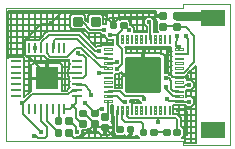
<source format=gbl>
G75*
%MOIN*%
%OFA0B0*%
%FSLAX25Y25*%
%IPPOS*%
%LPD*%
%AMOC8*
5,1,8,0,0,1.08239X$1,22.5*
%
%ADD10C,0.00000*%
%ADD11R,0.07874X0.05512*%
%ADD12C,0.01250*%
%ADD13R,0.03543X0.01000*%
%ADD14R,0.01000X0.03543*%
%ADD15R,0.07800X0.07800*%
%ADD16C,0.00875*%
%ADD17C,0.01181*%
%ADD18C,0.00492*%
%ADD19C,0.01600*%
%ADD20C,0.00600*%
%ADD21C,0.03000*%
D10*
X0005102Y0026454D02*
X0064158Y0026454D01*
X0064158Y0024879D01*
X0079905Y0024879D01*
X0079905Y0072123D01*
X0064158Y0072123D01*
X0064158Y0070548D01*
X0005102Y0070548D01*
X0005102Y0026454D01*
D11*
X0074100Y0029999D03*
X0074100Y0067401D03*
D12*
X0062925Y0067325D02*
X0062925Y0068575D01*
X0062925Y0067325D02*
X0061675Y0067325D01*
X0061675Y0068575D01*
X0062925Y0068575D01*
X0062925Y0068574D02*
X0061675Y0068574D01*
X0056975Y0068575D02*
X0056975Y0067325D01*
X0056975Y0068575D02*
X0058225Y0068575D01*
X0058225Y0067325D01*
X0056975Y0067325D01*
X0056975Y0068574D02*
X0058225Y0068574D01*
X0056975Y0065075D02*
X0056975Y0063825D01*
X0056975Y0065075D02*
X0058225Y0065075D01*
X0058225Y0063825D01*
X0056975Y0063825D01*
X0056975Y0065074D02*
X0058225Y0065074D01*
X0062925Y0065075D02*
X0062925Y0063825D01*
X0061675Y0063825D01*
X0061675Y0065075D01*
X0062925Y0065075D01*
X0062925Y0065074D02*
X0061675Y0065074D01*
X0045175Y0064275D02*
X0043925Y0064275D01*
X0043925Y0065525D01*
X0045175Y0065525D01*
X0045175Y0064275D01*
X0045175Y0065524D02*
X0043925Y0065524D01*
X0041675Y0064275D02*
X0040425Y0064275D01*
X0040425Y0065525D01*
X0041675Y0065525D01*
X0041675Y0064275D01*
X0041675Y0065524D02*
X0040425Y0065524D01*
X0034175Y0036175D02*
X0034175Y0034925D01*
X0034175Y0036175D02*
X0035425Y0036175D01*
X0035425Y0034925D01*
X0034175Y0034925D01*
X0034175Y0036174D02*
X0035425Y0036174D01*
X0038925Y0034975D02*
X0038925Y0033725D01*
X0037675Y0033725D01*
X0037675Y0034975D01*
X0038925Y0034975D01*
X0038925Y0034974D02*
X0037675Y0034974D01*
X0034175Y0032675D02*
X0034175Y0031425D01*
X0034175Y0032675D02*
X0035425Y0032675D01*
X0035425Y0031425D01*
X0034175Y0031425D01*
X0034175Y0032674D02*
X0035425Y0032674D01*
X0038925Y0031475D02*
X0038925Y0030225D01*
X0037675Y0030225D01*
X0037675Y0031475D01*
X0038925Y0031475D01*
X0038925Y0031474D02*
X0037675Y0031474D01*
X0042625Y0030825D02*
X0043875Y0030825D01*
X0043875Y0029575D01*
X0042625Y0029575D01*
X0042625Y0030825D01*
X0042625Y0030824D02*
X0043875Y0030824D01*
X0046125Y0030825D02*
X0047375Y0030825D01*
X0047375Y0029575D01*
X0046125Y0029575D01*
X0046125Y0030825D01*
X0046125Y0030824D02*
X0047375Y0030824D01*
X0050425Y0028575D02*
X0051675Y0028575D01*
X0050425Y0028575D02*
X0050425Y0029825D01*
X0051675Y0029825D01*
X0051675Y0028575D01*
X0051675Y0029824D02*
X0050425Y0029824D01*
X0053925Y0028575D02*
X0055175Y0028575D01*
X0053925Y0028575D02*
X0053925Y0029825D01*
X0055175Y0029825D01*
X0055175Y0028575D01*
X0055175Y0029824D02*
X0053925Y0029824D01*
X0058225Y0028575D02*
X0059475Y0028575D01*
X0058225Y0028575D02*
X0058225Y0029825D01*
X0059475Y0029825D01*
X0059475Y0028575D01*
X0059475Y0029824D02*
X0058225Y0029824D01*
X0061725Y0028575D02*
X0062975Y0028575D01*
X0061725Y0028575D02*
X0061725Y0029825D01*
X0062975Y0029825D01*
X0062975Y0028575D01*
X0062975Y0029824D02*
X0061725Y0029824D01*
X0031425Y0031425D02*
X0031425Y0032675D01*
X0031425Y0031425D02*
X0030175Y0031425D01*
X0030175Y0032675D01*
X0031425Y0032675D01*
X0031425Y0032674D02*
X0030175Y0032674D01*
X0031425Y0034925D02*
X0031425Y0036175D01*
X0031425Y0034925D02*
X0030175Y0034925D01*
X0030175Y0036175D01*
X0031425Y0036175D01*
X0031425Y0036174D02*
X0030175Y0036174D01*
X0026875Y0032375D02*
X0025625Y0032375D01*
X0025625Y0033625D01*
X0026875Y0033625D01*
X0026875Y0032375D01*
X0026875Y0033624D02*
X0025625Y0033624D01*
X0023375Y0032375D02*
X0022125Y0032375D01*
X0022125Y0033625D01*
X0023375Y0033625D01*
X0023375Y0032375D01*
X0023375Y0033624D02*
X0022125Y0033624D01*
X0022125Y0028475D02*
X0023375Y0028475D01*
X0022125Y0028475D02*
X0022125Y0029725D01*
X0023375Y0029725D01*
X0023375Y0028475D01*
X0023375Y0029724D02*
X0022125Y0029724D01*
X0025625Y0028475D02*
X0026875Y0028475D01*
X0025625Y0028475D02*
X0025625Y0029725D01*
X0026875Y0029725D01*
X0026875Y0028475D01*
X0026875Y0029724D02*
X0025625Y0029724D01*
D13*
X0028998Y0041295D03*
X0028998Y0043263D03*
X0028998Y0045232D03*
X0028998Y0047200D03*
X0028998Y0049169D03*
X0028998Y0051137D03*
X0028998Y0053106D03*
X0008604Y0053106D03*
X0008604Y0051137D03*
X0008604Y0049169D03*
X0008604Y0047200D03*
X0008604Y0045232D03*
X0008604Y0043263D03*
X0008604Y0041295D03*
D14*
X0012895Y0037003D03*
X0014864Y0037003D03*
X0016832Y0037003D03*
X0018801Y0037003D03*
X0020769Y0037003D03*
X0022738Y0037003D03*
X0024706Y0037003D03*
X0024706Y0057397D03*
X0022738Y0057397D03*
X0020769Y0057397D03*
X0018801Y0057397D03*
X0016832Y0057397D03*
X0014864Y0057397D03*
X0012895Y0057397D03*
D15*
X0018801Y0047200D03*
D16*
X0027737Y0067513D02*
X0030363Y0067513D01*
X0030363Y0064887D01*
X0027737Y0064887D01*
X0027737Y0067513D01*
X0027737Y0065761D02*
X0030363Y0065761D01*
X0030363Y0066635D02*
X0027737Y0066635D01*
X0027737Y0067509D02*
X0030363Y0067509D01*
X0033737Y0067513D02*
X0036363Y0067513D01*
X0036363Y0064887D01*
X0033737Y0064887D01*
X0033737Y0067513D01*
X0033737Y0065761D02*
X0036363Y0065761D01*
X0036363Y0066635D02*
X0033737Y0066635D01*
X0033737Y0067509D02*
X0036363Y0067509D01*
D17*
X0056315Y0053715D02*
X0056315Y0043085D01*
X0045685Y0043085D01*
X0045685Y0053715D01*
X0056315Y0053715D01*
X0056315Y0044265D02*
X0045685Y0044265D01*
X0045685Y0045445D02*
X0056315Y0045445D01*
X0056315Y0046625D02*
X0045685Y0046625D01*
X0045685Y0047805D02*
X0056315Y0047805D01*
X0056315Y0048985D02*
X0045685Y0048985D01*
X0045685Y0050165D02*
X0056315Y0050165D01*
X0056315Y0051345D02*
X0045685Y0051345D01*
X0045685Y0052525D02*
X0056315Y0052525D01*
X0056315Y0053705D02*
X0045685Y0053705D01*
D18*
X0040518Y0053666D02*
X0037860Y0053666D01*
X0037860Y0054158D01*
X0040518Y0054158D01*
X0040518Y0053666D01*
X0040518Y0054157D02*
X0037860Y0054157D01*
X0037860Y0055241D02*
X0040518Y0055241D01*
X0037860Y0055241D02*
X0037860Y0055733D01*
X0040518Y0055733D01*
X0040518Y0055241D01*
X0040518Y0055732D02*
X0037860Y0055732D01*
X0037860Y0056816D02*
X0040518Y0056816D01*
X0037860Y0056816D02*
X0037860Y0057308D01*
X0040518Y0057308D01*
X0040518Y0056816D01*
X0040518Y0057307D02*
X0037860Y0057307D01*
X0037860Y0052091D02*
X0040518Y0052091D01*
X0037860Y0052091D02*
X0037860Y0052583D01*
X0040518Y0052583D01*
X0040518Y0052091D01*
X0040518Y0052582D02*
X0037860Y0052582D01*
X0037860Y0050516D02*
X0040518Y0050516D01*
X0037860Y0050516D02*
X0037860Y0051008D01*
X0040518Y0051008D01*
X0040518Y0050516D01*
X0040518Y0051007D02*
X0037860Y0051007D01*
X0037860Y0048941D02*
X0040518Y0048941D01*
X0037860Y0048941D02*
X0037860Y0049433D01*
X0040518Y0049433D01*
X0040518Y0048941D01*
X0040518Y0049432D02*
X0037860Y0049432D01*
X0037860Y0047367D02*
X0040518Y0047367D01*
X0037860Y0047367D02*
X0037860Y0047859D01*
X0040518Y0047859D01*
X0040518Y0047367D01*
X0040518Y0047858D02*
X0037860Y0047858D01*
X0037860Y0045792D02*
X0040518Y0045792D01*
X0037860Y0045792D02*
X0037860Y0046284D01*
X0040518Y0046284D01*
X0040518Y0045792D01*
X0040518Y0046283D02*
X0037860Y0046283D01*
X0037860Y0044217D02*
X0040518Y0044217D01*
X0037860Y0044217D02*
X0037860Y0044709D01*
X0040518Y0044709D01*
X0040518Y0044217D01*
X0040518Y0044708D02*
X0037860Y0044708D01*
X0037860Y0042642D02*
X0040518Y0042642D01*
X0037860Y0042642D02*
X0037860Y0043134D01*
X0040518Y0043134D01*
X0040518Y0042642D01*
X0040518Y0043133D02*
X0037860Y0043133D01*
X0037860Y0041067D02*
X0040518Y0041067D01*
X0037860Y0041067D02*
X0037860Y0041559D01*
X0040518Y0041559D01*
X0040518Y0041067D01*
X0040518Y0041558D02*
X0037860Y0041558D01*
X0037860Y0039493D02*
X0040518Y0039493D01*
X0037860Y0039493D02*
X0037860Y0039985D01*
X0040518Y0039985D01*
X0040518Y0039493D01*
X0040518Y0039984D02*
X0037860Y0039984D01*
X0042585Y0037918D02*
X0042585Y0035260D01*
X0042093Y0035260D01*
X0042093Y0037918D01*
X0042585Y0037918D01*
X0042585Y0035751D02*
X0042093Y0035751D01*
X0042093Y0036242D02*
X0042585Y0036242D01*
X0042585Y0036733D02*
X0042093Y0036733D01*
X0042093Y0037224D02*
X0042585Y0037224D01*
X0042585Y0037715D02*
X0042093Y0037715D01*
X0044159Y0037918D02*
X0044159Y0035260D01*
X0043667Y0035260D01*
X0043667Y0037918D01*
X0044159Y0037918D01*
X0044159Y0035751D02*
X0043667Y0035751D01*
X0043667Y0036242D02*
X0044159Y0036242D01*
X0044159Y0036733D02*
X0043667Y0036733D01*
X0043667Y0037224D02*
X0044159Y0037224D01*
X0044159Y0037715D02*
X0043667Y0037715D01*
X0045734Y0037918D02*
X0045734Y0035260D01*
X0045242Y0035260D01*
X0045242Y0037918D01*
X0045734Y0037918D01*
X0045734Y0035751D02*
X0045242Y0035751D01*
X0045242Y0036242D02*
X0045734Y0036242D01*
X0045734Y0036733D02*
X0045242Y0036733D01*
X0045242Y0037224D02*
X0045734Y0037224D01*
X0045734Y0037715D02*
X0045242Y0037715D01*
X0047309Y0037918D02*
X0047309Y0035260D01*
X0046817Y0035260D01*
X0046817Y0037918D01*
X0047309Y0037918D01*
X0047309Y0035751D02*
X0046817Y0035751D01*
X0046817Y0036242D02*
X0047309Y0036242D01*
X0047309Y0036733D02*
X0046817Y0036733D01*
X0046817Y0037224D02*
X0047309Y0037224D01*
X0047309Y0037715D02*
X0046817Y0037715D01*
X0048884Y0037918D02*
X0048884Y0035260D01*
X0048392Y0035260D01*
X0048392Y0037918D01*
X0048884Y0037918D01*
X0048884Y0035751D02*
X0048392Y0035751D01*
X0048392Y0036242D02*
X0048884Y0036242D01*
X0048884Y0036733D02*
X0048392Y0036733D01*
X0048392Y0037224D02*
X0048884Y0037224D01*
X0048884Y0037715D02*
X0048392Y0037715D01*
X0050459Y0037918D02*
X0050459Y0035260D01*
X0049967Y0035260D01*
X0049967Y0037918D01*
X0050459Y0037918D01*
X0050459Y0035751D02*
X0049967Y0035751D01*
X0049967Y0036242D02*
X0050459Y0036242D01*
X0050459Y0036733D02*
X0049967Y0036733D01*
X0049967Y0037224D02*
X0050459Y0037224D01*
X0050459Y0037715D02*
X0049967Y0037715D01*
X0052033Y0037918D02*
X0052033Y0035260D01*
X0051541Y0035260D01*
X0051541Y0037918D01*
X0052033Y0037918D01*
X0052033Y0035751D02*
X0051541Y0035751D01*
X0051541Y0036242D02*
X0052033Y0036242D01*
X0052033Y0036733D02*
X0051541Y0036733D01*
X0051541Y0037224D02*
X0052033Y0037224D01*
X0052033Y0037715D02*
X0051541Y0037715D01*
X0053608Y0037918D02*
X0053608Y0035260D01*
X0053116Y0035260D01*
X0053116Y0037918D01*
X0053608Y0037918D01*
X0053608Y0035751D02*
X0053116Y0035751D01*
X0053116Y0036242D02*
X0053608Y0036242D01*
X0053608Y0036733D02*
X0053116Y0036733D01*
X0053116Y0037224D02*
X0053608Y0037224D01*
X0053608Y0037715D02*
X0053116Y0037715D01*
X0055183Y0037918D02*
X0055183Y0035260D01*
X0054691Y0035260D01*
X0054691Y0037918D01*
X0055183Y0037918D01*
X0055183Y0035751D02*
X0054691Y0035751D01*
X0054691Y0036242D02*
X0055183Y0036242D01*
X0055183Y0036733D02*
X0054691Y0036733D01*
X0054691Y0037224D02*
X0055183Y0037224D01*
X0055183Y0037715D02*
X0054691Y0037715D01*
X0056758Y0037918D02*
X0056758Y0035260D01*
X0056266Y0035260D01*
X0056266Y0037918D01*
X0056758Y0037918D01*
X0056758Y0035751D02*
X0056266Y0035751D01*
X0056266Y0036242D02*
X0056758Y0036242D01*
X0056758Y0036733D02*
X0056266Y0036733D01*
X0056266Y0037224D02*
X0056758Y0037224D01*
X0056758Y0037715D02*
X0056266Y0037715D01*
X0058333Y0037918D02*
X0058333Y0035260D01*
X0057841Y0035260D01*
X0057841Y0037918D01*
X0058333Y0037918D01*
X0058333Y0035751D02*
X0057841Y0035751D01*
X0057841Y0036242D02*
X0058333Y0036242D01*
X0058333Y0036733D02*
X0057841Y0036733D01*
X0057841Y0037224D02*
X0058333Y0037224D01*
X0058333Y0037715D02*
X0057841Y0037715D01*
X0059907Y0037918D02*
X0059907Y0035260D01*
X0059415Y0035260D01*
X0059415Y0037918D01*
X0059907Y0037918D01*
X0059907Y0035751D02*
X0059415Y0035751D01*
X0059415Y0036242D02*
X0059907Y0036242D01*
X0059907Y0036733D02*
X0059415Y0036733D01*
X0059415Y0037224D02*
X0059907Y0037224D01*
X0059907Y0037715D02*
X0059415Y0037715D01*
X0061482Y0039985D02*
X0064140Y0039985D01*
X0064140Y0039493D01*
X0061482Y0039493D01*
X0061482Y0039985D01*
X0061482Y0039984D02*
X0064140Y0039984D01*
X0064140Y0041559D02*
X0061482Y0041559D01*
X0064140Y0041559D02*
X0064140Y0041067D01*
X0061482Y0041067D01*
X0061482Y0041559D01*
X0061482Y0041558D02*
X0064140Y0041558D01*
X0064140Y0043134D02*
X0061482Y0043134D01*
X0064140Y0043134D02*
X0064140Y0042642D01*
X0061482Y0042642D01*
X0061482Y0043134D01*
X0061482Y0043133D02*
X0064140Y0043133D01*
X0064140Y0044709D02*
X0061482Y0044709D01*
X0064140Y0044709D02*
X0064140Y0044217D01*
X0061482Y0044217D01*
X0061482Y0044709D01*
X0061482Y0044708D02*
X0064140Y0044708D01*
X0064140Y0046284D02*
X0061482Y0046284D01*
X0064140Y0046284D02*
X0064140Y0045792D01*
X0061482Y0045792D01*
X0061482Y0046284D01*
X0061482Y0046283D02*
X0064140Y0046283D01*
X0064140Y0047859D02*
X0061482Y0047859D01*
X0064140Y0047859D02*
X0064140Y0047367D01*
X0061482Y0047367D01*
X0061482Y0047859D01*
X0061482Y0047858D02*
X0064140Y0047858D01*
X0064140Y0049433D02*
X0061482Y0049433D01*
X0064140Y0049433D02*
X0064140Y0048941D01*
X0061482Y0048941D01*
X0061482Y0049433D01*
X0061482Y0049432D02*
X0064140Y0049432D01*
X0064140Y0051008D02*
X0061482Y0051008D01*
X0064140Y0051008D02*
X0064140Y0050516D01*
X0061482Y0050516D01*
X0061482Y0051008D01*
X0061482Y0051007D02*
X0064140Y0051007D01*
X0064140Y0052583D02*
X0061482Y0052583D01*
X0064140Y0052583D02*
X0064140Y0052091D01*
X0061482Y0052091D01*
X0061482Y0052583D01*
X0061482Y0052582D02*
X0064140Y0052582D01*
X0064140Y0054158D02*
X0061482Y0054158D01*
X0064140Y0054158D02*
X0064140Y0053666D01*
X0061482Y0053666D01*
X0061482Y0054158D01*
X0061482Y0054157D02*
X0064140Y0054157D01*
X0064140Y0055733D02*
X0061482Y0055733D01*
X0064140Y0055733D02*
X0064140Y0055241D01*
X0061482Y0055241D01*
X0061482Y0055733D01*
X0061482Y0055732D02*
X0064140Y0055732D01*
X0064140Y0057308D02*
X0061482Y0057308D01*
X0064140Y0057308D02*
X0064140Y0056816D01*
X0061482Y0056816D01*
X0061482Y0057308D01*
X0061482Y0057307D02*
X0064140Y0057307D01*
X0059415Y0058882D02*
X0059415Y0061540D01*
X0059907Y0061540D01*
X0059907Y0058882D01*
X0059415Y0058882D01*
X0059415Y0059373D02*
X0059907Y0059373D01*
X0059907Y0059864D02*
X0059415Y0059864D01*
X0059415Y0060355D02*
X0059907Y0060355D01*
X0059907Y0060846D02*
X0059415Y0060846D01*
X0059415Y0061337D02*
X0059907Y0061337D01*
X0057841Y0061540D02*
X0057841Y0058882D01*
X0057841Y0061540D02*
X0058333Y0061540D01*
X0058333Y0058882D01*
X0057841Y0058882D01*
X0057841Y0059373D02*
X0058333Y0059373D01*
X0058333Y0059864D02*
X0057841Y0059864D01*
X0057841Y0060355D02*
X0058333Y0060355D01*
X0058333Y0060846D02*
X0057841Y0060846D01*
X0057841Y0061337D02*
X0058333Y0061337D01*
X0056266Y0061540D02*
X0056266Y0058882D01*
X0056266Y0061540D02*
X0056758Y0061540D01*
X0056758Y0058882D01*
X0056266Y0058882D01*
X0056266Y0059373D02*
X0056758Y0059373D01*
X0056758Y0059864D02*
X0056266Y0059864D01*
X0056266Y0060355D02*
X0056758Y0060355D01*
X0056758Y0060846D02*
X0056266Y0060846D01*
X0056266Y0061337D02*
X0056758Y0061337D01*
X0054691Y0061540D02*
X0054691Y0058882D01*
X0054691Y0061540D02*
X0055183Y0061540D01*
X0055183Y0058882D01*
X0054691Y0058882D01*
X0054691Y0059373D02*
X0055183Y0059373D01*
X0055183Y0059864D02*
X0054691Y0059864D01*
X0054691Y0060355D02*
X0055183Y0060355D01*
X0055183Y0060846D02*
X0054691Y0060846D01*
X0054691Y0061337D02*
X0055183Y0061337D01*
X0053116Y0061540D02*
X0053116Y0058882D01*
X0053116Y0061540D02*
X0053608Y0061540D01*
X0053608Y0058882D01*
X0053116Y0058882D01*
X0053116Y0059373D02*
X0053608Y0059373D01*
X0053608Y0059864D02*
X0053116Y0059864D01*
X0053116Y0060355D02*
X0053608Y0060355D01*
X0053608Y0060846D02*
X0053116Y0060846D01*
X0053116Y0061337D02*
X0053608Y0061337D01*
X0051541Y0061540D02*
X0051541Y0058882D01*
X0051541Y0061540D02*
X0052033Y0061540D01*
X0052033Y0058882D01*
X0051541Y0058882D01*
X0051541Y0059373D02*
X0052033Y0059373D01*
X0052033Y0059864D02*
X0051541Y0059864D01*
X0051541Y0060355D02*
X0052033Y0060355D01*
X0052033Y0060846D02*
X0051541Y0060846D01*
X0051541Y0061337D02*
X0052033Y0061337D01*
X0049967Y0061540D02*
X0049967Y0058882D01*
X0049967Y0061540D02*
X0050459Y0061540D01*
X0050459Y0058882D01*
X0049967Y0058882D01*
X0049967Y0059373D02*
X0050459Y0059373D01*
X0050459Y0059864D02*
X0049967Y0059864D01*
X0049967Y0060355D02*
X0050459Y0060355D01*
X0050459Y0060846D02*
X0049967Y0060846D01*
X0049967Y0061337D02*
X0050459Y0061337D01*
X0048392Y0061540D02*
X0048392Y0058882D01*
X0048392Y0061540D02*
X0048884Y0061540D01*
X0048884Y0058882D01*
X0048392Y0058882D01*
X0048392Y0059373D02*
X0048884Y0059373D01*
X0048884Y0059864D02*
X0048392Y0059864D01*
X0048392Y0060355D02*
X0048884Y0060355D01*
X0048884Y0060846D02*
X0048392Y0060846D01*
X0048392Y0061337D02*
X0048884Y0061337D01*
X0046817Y0061540D02*
X0046817Y0058882D01*
X0046817Y0061540D02*
X0047309Y0061540D01*
X0047309Y0058882D01*
X0046817Y0058882D01*
X0046817Y0059373D02*
X0047309Y0059373D01*
X0047309Y0059864D02*
X0046817Y0059864D01*
X0046817Y0060355D02*
X0047309Y0060355D01*
X0047309Y0060846D02*
X0046817Y0060846D01*
X0046817Y0061337D02*
X0047309Y0061337D01*
X0045242Y0061540D02*
X0045242Y0058882D01*
X0045242Y0061540D02*
X0045734Y0061540D01*
X0045734Y0058882D01*
X0045242Y0058882D01*
X0045242Y0059373D02*
X0045734Y0059373D01*
X0045734Y0059864D02*
X0045242Y0059864D01*
X0045242Y0060355D02*
X0045734Y0060355D01*
X0045734Y0060846D02*
X0045242Y0060846D01*
X0045242Y0061337D02*
X0045734Y0061337D01*
X0043667Y0061540D02*
X0043667Y0058882D01*
X0043667Y0061540D02*
X0044159Y0061540D01*
X0044159Y0058882D01*
X0043667Y0058882D01*
X0043667Y0059373D02*
X0044159Y0059373D01*
X0044159Y0059864D02*
X0043667Y0059864D01*
X0043667Y0060355D02*
X0044159Y0060355D01*
X0044159Y0060846D02*
X0043667Y0060846D01*
X0043667Y0061337D02*
X0044159Y0061337D01*
X0042093Y0061540D02*
X0042093Y0058882D01*
X0042093Y0061540D02*
X0042585Y0061540D01*
X0042585Y0058882D01*
X0042093Y0058882D01*
X0042093Y0059373D02*
X0042585Y0059373D01*
X0042585Y0059864D02*
X0042093Y0059864D01*
X0042093Y0060355D02*
X0042585Y0060355D01*
X0042585Y0060846D02*
X0042093Y0060846D01*
X0042093Y0061337D02*
X0042585Y0061337D01*
D19*
X0039800Y0061700D03*
X0038000Y0063500D03*
X0035400Y0066500D03*
X0036200Y0056300D03*
X0042100Y0052700D03*
X0042200Y0050300D03*
X0036200Y0049100D03*
X0033700Y0041600D03*
X0031400Y0038900D03*
X0027600Y0038000D03*
X0029000Y0029300D03*
X0037300Y0037100D03*
X0043200Y0030300D03*
X0046800Y0029000D03*
X0055900Y0032800D03*
X0062400Y0036800D03*
X0058800Y0040500D03*
X0058400Y0044500D03*
X0058400Y0047200D03*
X0065400Y0047600D03*
X0066200Y0044900D03*
X0066200Y0039500D03*
X0065300Y0028700D03*
X0051200Y0040400D03*
X0047400Y0039500D03*
X0044800Y0039500D03*
X0051200Y0056300D03*
X0059100Y0056200D03*
X0062900Y0057700D03*
X0065200Y0061200D03*
X0062100Y0061400D03*
X0052800Y0065900D03*
X0046100Y0063300D03*
X0029100Y0055600D03*
X0018710Y0048540D03*
X0014870Y0057310D03*
X0020100Y0065700D03*
X0010400Y0038900D03*
X0017000Y0029300D03*
X0014600Y0028100D03*
D20*
X0015200Y0028100D01*
X0015800Y0027500D01*
X0018200Y0027500D01*
X0018800Y0028100D01*
X0018800Y0031100D01*
X0017000Y0032900D01*
X0017000Y0036500D01*
X0016832Y0037003D01*
X0018801Y0037003D02*
X0018800Y0036500D01*
X0018800Y0032900D01*
X0022400Y0029300D01*
X0022750Y0029100D01*
X0026250Y0029100D02*
X0026600Y0028700D01*
X0027800Y0027500D01*
X0030200Y0027500D01*
X0034400Y0031700D01*
X0034800Y0032050D01*
X0035000Y0031700D01*
X0035600Y0031100D01*
X0038000Y0031100D01*
X0038300Y0030850D01*
X0038600Y0030500D01*
X0041600Y0027500D01*
X0045300Y0027500D01*
X0046800Y0029000D01*
X0046800Y0029500D01*
X0046400Y0029900D01*
X0046750Y0030200D01*
X0046800Y0029900D02*
X0046800Y0027354D01*
X0047050Y0027650D02*
X0047628Y0027650D01*
X0048118Y0027781D01*
X0048557Y0028035D01*
X0048900Y0028378D01*
X0048900Y0027943D01*
X0049490Y0027354D01*
X0028450Y0027354D01*
X0028593Y0027600D01*
X0029704Y0027600D01*
X0030700Y0028596D01*
X0030700Y0029900D01*
X0032057Y0029900D01*
X0032549Y0030392D01*
X0032635Y0030243D01*
X0032993Y0029885D01*
X0033432Y0029631D01*
X0033922Y0029500D01*
X0034500Y0029500D01*
X0034500Y0031750D01*
X0035100Y0031750D01*
X0035100Y0029500D01*
X0035678Y0029500D01*
X0035863Y0029550D01*
X0035881Y0029482D01*
X0036135Y0029043D01*
X0036493Y0028685D01*
X0036932Y0028431D01*
X0037422Y0028300D01*
X0038000Y0028300D01*
X0038000Y0030550D01*
X0038600Y0030550D01*
X0038600Y0028300D01*
X0039178Y0028300D01*
X0039668Y0028431D01*
X0040107Y0028685D01*
X0040465Y0029043D01*
X0040719Y0029482D01*
X0040850Y0029972D01*
X0040850Y0030550D01*
X0038600Y0030550D01*
X0038600Y0031150D01*
X0040850Y0031150D01*
X0040850Y0031729D01*
X0040719Y0032218D01*
X0040465Y0032657D01*
X0040240Y0032883D01*
X0040450Y0033093D01*
X0040450Y0035607D01*
X0040389Y0035668D01*
X0040389Y0038347D01*
X0040946Y0038347D01*
X0040946Y0034786D01*
X0041139Y0034593D01*
X0041139Y0031495D01*
X0041100Y0031457D01*
X0041100Y0028943D01*
X0041993Y0028050D01*
X0044507Y0028050D01*
X0044717Y0028261D01*
X0044943Y0028035D01*
X0045382Y0027781D01*
X0045872Y0027650D01*
X0046450Y0027650D01*
X0046450Y0029900D01*
X0047050Y0029900D01*
X0047050Y0027650D01*
X0047050Y0028900D02*
X0046450Y0028900D01*
X0044800Y0028178D02*
X0044800Y0027354D01*
X0042800Y0027354D02*
X0042800Y0028050D01*
X0041143Y0028900D02*
X0040322Y0028900D01*
X0040800Y0029785D02*
X0040800Y0027354D01*
X0038800Y0027354D02*
X0038800Y0028300D01*
X0038600Y0028900D02*
X0038000Y0028900D01*
X0036800Y0028507D02*
X0036800Y0027354D01*
X0036278Y0028900D02*
X0030700Y0028900D01*
X0030800Y0029900D02*
X0030800Y0027354D01*
X0028800Y0027354D02*
X0028800Y0027600D01*
X0029000Y0029300D02*
X0028400Y0029900D01*
X0028400Y0031100D01*
X0026600Y0032900D01*
X0026250Y0033000D01*
X0028400Y0034100D02*
X0028400Y0037100D01*
X0027800Y0037700D01*
X0027600Y0038000D01*
X0027800Y0038300D01*
X0028400Y0038900D01*
X0028400Y0041300D01*
X0028998Y0041295D01*
X0028400Y0043100D02*
X0027200Y0043100D01*
X0026000Y0041900D01*
X0014000Y0041900D01*
X0011000Y0038900D01*
X0010400Y0038900D01*
X0011000Y0038900D02*
X0011000Y0035300D01*
X0017000Y0029300D01*
X0022750Y0033000D02*
X0023000Y0033500D01*
X0023000Y0036500D01*
X0022738Y0037003D01*
X0024706Y0037003D02*
X0024800Y0037100D01*
X0026600Y0037100D01*
X0027200Y0037700D01*
X0027600Y0038000D01*
X0030800Y0035550D02*
X0030800Y0035300D01*
X0031400Y0035300D01*
X0034400Y0032300D01*
X0034800Y0032050D01*
X0034800Y0031750D02*
X0034800Y0027354D01*
X0032800Y0027354D02*
X0032800Y0030078D01*
X0034500Y0030900D02*
X0035100Y0030900D01*
X0038600Y0030900D02*
X0041100Y0030900D01*
X0040800Y0031150D02*
X0040800Y0030550D01*
X0040800Y0031915D02*
X0040800Y0038347D01*
X0040946Y0036900D02*
X0040389Y0036900D01*
X0040450Y0034900D02*
X0040946Y0034900D01*
X0039189Y0035239D02*
X0039189Y0039739D01*
X0039189Y0041313D02*
X0042287Y0041313D01*
X0044100Y0039500D01*
X0044800Y0039500D01*
X0044800Y0041200D02*
X0050900Y0041200D01*
X0051200Y0040900D01*
X0051200Y0040400D01*
X0050132Y0039064D02*
X0049492Y0039064D01*
X0049425Y0038997D01*
X0049359Y0039064D01*
X0048349Y0039064D01*
X0048258Y0039155D01*
X0047906Y0039359D01*
X0047513Y0039464D01*
X0047063Y0039464D01*
X0047063Y0036589D01*
X0047063Y0039163D01*
X0047400Y0039500D01*
X0047063Y0039464D02*
X0046613Y0039464D01*
X0046500Y0039433D01*
X0046500Y0040000D01*
X0049500Y0040000D01*
X0049500Y0039696D01*
X0050132Y0039064D01*
X0048800Y0039064D02*
X0048800Y0040000D01*
X0047063Y0039464D02*
X0047063Y0036589D01*
X0047063Y0036589D01*
X0047063Y0036900D02*
X0047063Y0036900D01*
X0045488Y0036589D02*
X0045488Y0034612D01*
X0046100Y0034000D01*
X0056200Y0034000D01*
X0055900Y0033700D01*
X0055900Y0032800D01*
X0056200Y0034000D02*
X0061800Y0034000D01*
X0062350Y0033450D01*
X0062350Y0029200D01*
X0064057Y0030900D02*
X0068400Y0030900D01*
X0068400Y0032900D02*
X0063550Y0032900D01*
X0063550Y0033947D02*
X0062847Y0034650D01*
X0062297Y0035200D01*
X0061054Y0035200D01*
X0061054Y0038347D01*
X0062656Y0038347D01*
X0062703Y0038300D01*
X0062861Y0038300D01*
X0062996Y0038217D01*
X0063342Y0038300D01*
X0064996Y0038300D01*
X0065496Y0037800D01*
X0066904Y0037800D01*
X0067900Y0038796D01*
X0067900Y0040204D01*
X0066904Y0041200D01*
X0065496Y0041200D01*
X0065286Y0040990D01*
X0065286Y0042034D01*
X0065219Y0042101D01*
X0065286Y0042168D01*
X0065286Y0043410D01*
X0065496Y0043200D01*
X0066904Y0043200D01*
X0067900Y0044196D01*
X0067900Y0045604D01*
X0066904Y0046600D01*
X0065496Y0046600D01*
X0065464Y0046568D01*
X0065580Y0046770D01*
X0065686Y0047163D01*
X0065686Y0047613D01*
X0065686Y0048062D01*
X0065580Y0048456D01*
X0065534Y0048537D01*
X0068400Y0051403D01*
X0068400Y0025779D01*
X0065057Y0025779D01*
X0065057Y0026826D01*
X0064530Y0027354D01*
X0063910Y0027354D01*
X0064500Y0027943D01*
X0064500Y0030457D01*
X0063607Y0031350D01*
X0063550Y0031350D01*
X0063550Y0033947D01*
X0062800Y0034697D02*
X0062800Y0038300D01*
X0063200Y0039500D02*
X0062811Y0039739D01*
X0059561Y0039739D01*
X0058800Y0040500D01*
X0060787Y0041313D02*
X0058400Y0043700D01*
X0058400Y0044500D01*
X0060200Y0043700D02*
X0060200Y0046400D01*
X0059400Y0047200D01*
X0058400Y0047200D01*
X0059604Y0048400D02*
X0059104Y0048900D01*
X0058205Y0048900D01*
X0060336Y0048900D01*
X0060336Y0048899D02*
X0060245Y0048808D01*
X0060042Y0048456D01*
X0059999Y0048298D01*
X0059897Y0048400D01*
X0059604Y0048400D01*
X0059100Y0049100D02*
X0059100Y0049300D01*
X0060787Y0047613D01*
X0062811Y0047613D01*
X0060684Y0047613D01*
X0060685Y0047613D01*
X0062811Y0047613D01*
X0062811Y0047613D01*
X0065686Y0047613D01*
X0062811Y0047613D01*
X0062811Y0047613D01*
X0062824Y0047600D01*
X0065400Y0047600D01*
X0064800Y0047613D02*
X0064800Y0047613D01*
X0065615Y0046900D02*
X0068400Y0046900D01*
X0066800Y0046600D02*
X0066800Y0049803D01*
X0067897Y0050900D02*
X0068400Y0050900D01*
X0068000Y0052700D02*
X0068000Y0061500D01*
X0065100Y0064400D01*
X0062350Y0064400D01*
X0062300Y0064450D01*
X0062600Y0064100D01*
X0062300Y0064450D02*
X0062000Y0064700D01*
X0057800Y0064700D01*
X0057600Y0064450D01*
X0055450Y0064900D02*
X0054562Y0064900D01*
X0054562Y0065835D02*
X0054500Y0065897D01*
X0054500Y0066604D01*
X0053504Y0067600D01*
X0052096Y0067600D01*
X0051100Y0066604D01*
X0051100Y0065196D01*
X0052096Y0064200D01*
X0052162Y0064200D01*
X0052162Y0062686D01*
X0051067Y0062686D01*
X0051000Y0062619D01*
X0050933Y0062686D01*
X0049492Y0062686D01*
X0049425Y0062619D01*
X0049359Y0062686D01*
X0047917Y0062686D01*
X0047850Y0062619D01*
X0047800Y0062670D01*
X0047800Y0064004D01*
X0046804Y0065000D01*
X0046700Y0065000D01*
X0046700Y0066157D01*
X0045807Y0067050D01*
X0043293Y0067050D01*
X0043083Y0066840D01*
X0042857Y0067065D01*
X0042418Y0067319D01*
X0041928Y0067450D01*
X0041350Y0067450D01*
X0041350Y0065200D01*
X0040750Y0065200D01*
X0040750Y0067450D01*
X0040172Y0067450D01*
X0039682Y0067319D01*
X0039243Y0067065D01*
X0038885Y0066707D01*
X0038631Y0066268D01*
X0038500Y0065779D01*
X0038500Y0065200D01*
X0037700Y0065200D01*
X0037700Y0068067D01*
X0036917Y0068850D01*
X0033183Y0068850D01*
X0032400Y0068067D01*
X0032400Y0065997D01*
X0031700Y0066697D01*
X0031700Y0068067D01*
X0030917Y0068850D01*
X0027183Y0068850D01*
X0026400Y0068067D01*
X0026400Y0064334D01*
X0027183Y0063550D01*
X0030917Y0063550D01*
X0031185Y0063818D01*
X0032000Y0063003D01*
X0032703Y0062300D01*
X0036796Y0062300D01*
X0037296Y0061800D01*
X0038100Y0061800D01*
X0038100Y0060996D01*
X0039096Y0060000D01*
X0040504Y0060000D01*
X0040913Y0060409D01*
X0040946Y0060339D01*
X0040946Y0060035D01*
X0040902Y0059934D01*
X0040946Y0059817D01*
X0040946Y0058454D01*
X0037386Y0058454D01*
X0036918Y0057986D01*
X0036904Y0058000D01*
X0035496Y0058000D01*
X0035246Y0057751D01*
X0030800Y0062197D01*
X0030800Y0063550D01*
X0030097Y0062900D02*
X0018903Y0062900D01*
X0016503Y0060500D01*
X0016071Y0060069D01*
X0015959Y0060069D01*
X0015848Y0059957D01*
X0015737Y0060069D01*
X0013991Y0060069D01*
X0013880Y0059957D01*
X0013768Y0060069D01*
X0012022Y0060069D01*
X0011495Y0059541D01*
X0011495Y0055252D01*
X0012022Y0054725D01*
X0013768Y0054725D01*
X0013880Y0054837D01*
X0013991Y0054725D01*
X0015737Y0054725D01*
X0015848Y0054837D01*
X0015959Y0054725D01*
X0017705Y0054725D01*
X0017817Y0054837D01*
X0017928Y0054725D01*
X0018078Y0054725D01*
X0018303Y0054500D01*
X0019503Y0053300D01*
X0025897Y0053300D01*
X0026326Y0053729D01*
X0026326Y0052233D01*
X0026437Y0052121D01*
X0026326Y0052010D01*
X0026326Y0050607D01*
X0026186Y0050467D01*
X0026015Y0050170D01*
X0025926Y0049840D01*
X0025926Y0049169D01*
X0028998Y0049169D01*
X0028400Y0049100D01*
X0018800Y0049100D01*
X0018801Y0047200D01*
X0018200Y0049100D01*
X0012800Y0054500D01*
X0012200Y0054500D01*
X0011000Y0055700D01*
X0011000Y0059300D01*
X0017000Y0065300D01*
X0020000Y0065300D01*
X0020100Y0065700D01*
X0020600Y0065900D01*
X0023600Y0068900D01*
X0037400Y0068900D01*
X0041000Y0065300D01*
X0041050Y0064900D01*
X0041600Y0065300D01*
X0041600Y0065900D01*
X0043400Y0067700D01*
X0057200Y0067700D01*
X0057600Y0067950D01*
X0057300Y0068250D02*
X0057300Y0067650D01*
X0055050Y0067650D01*
X0055050Y0067072D01*
X0055181Y0066582D01*
X0055435Y0066143D01*
X0055660Y0065917D01*
X0055450Y0065707D01*
X0055450Y0063193D01*
X0055958Y0062686D01*
X0055791Y0062686D01*
X0055724Y0062619D01*
X0055658Y0062686D01*
X0054562Y0062686D01*
X0054562Y0065835D01*
X0054204Y0066900D02*
X0055096Y0066900D01*
X0055050Y0068250D02*
X0057300Y0068250D01*
X0056800Y0068250D02*
X0056800Y0067650D01*
X0055050Y0068829D02*
X0055181Y0069318D01*
X0055372Y0069648D01*
X0006002Y0069648D01*
X0006002Y0054048D01*
X0006459Y0054506D01*
X0010748Y0054506D01*
X0011276Y0053978D01*
X0011276Y0052233D01*
X0011164Y0052121D01*
X0011276Y0052010D01*
X0011276Y0050264D01*
X0011164Y0050153D01*
X0011276Y0050041D01*
X0011276Y0048296D01*
X0011164Y0048184D01*
X0011276Y0048073D01*
X0011276Y0046327D01*
X0011164Y0046216D01*
X0011276Y0046104D01*
X0011276Y0044359D01*
X0011164Y0044247D01*
X0011276Y0044136D01*
X0011276Y0042390D01*
X0011164Y0042279D01*
X0011276Y0042167D01*
X0011276Y0040873D01*
X0012800Y0042397D01*
X0012800Y0054725D01*
X0011848Y0054900D02*
X0006002Y0054900D01*
X0006800Y0054506D02*
X0006800Y0069648D01*
X0006002Y0068900D02*
X0055069Y0068900D01*
X0055050Y0068829D02*
X0055050Y0068250D01*
X0054800Y0069648D02*
X0054800Y0062686D01*
X0054562Y0062900D02*
X0055743Y0062900D01*
X0053362Y0065338D02*
X0053362Y0060211D01*
X0052575Y0057803D02*
X0052641Y0057736D01*
X0054083Y0057736D01*
X0054150Y0057803D01*
X0054216Y0057736D01*
X0055658Y0057736D01*
X0055724Y0057803D01*
X0055791Y0057736D01*
X0057233Y0057736D01*
X0057299Y0057803D01*
X0057366Y0057736D01*
X0058807Y0057736D01*
X0058874Y0057803D01*
X0058941Y0057736D01*
X0060336Y0057736D01*
X0060336Y0056341D01*
X0060403Y0056274D01*
X0060336Y0056207D01*
X0060336Y0054766D01*
X0060403Y0054699D01*
X0060336Y0054633D01*
X0060336Y0053191D01*
X0060403Y0053125D01*
X0060336Y0053058D01*
X0060336Y0051616D01*
X0060403Y0051550D01*
X0060336Y0051483D01*
X0060336Y0050042D01*
X0060403Y0049975D01*
X0060336Y0049908D01*
X0060336Y0048899D01*
X0060800Y0047613D02*
X0060800Y0047613D01*
X0058800Y0048900D02*
X0058800Y0057736D01*
X0059100Y0056200D02*
X0059100Y0049300D01*
X0058205Y0048900D02*
X0058205Y0053964D01*
X0058077Y0054445D01*
X0057828Y0054876D01*
X0057476Y0055228D01*
X0057045Y0055477D01*
X0056564Y0055606D01*
X0051300Y0055606D01*
X0051300Y0048700D01*
X0050700Y0048700D01*
X0050700Y0048100D01*
X0043795Y0048100D01*
X0043795Y0043903D01*
X0043609Y0044088D01*
X0041664Y0044088D01*
X0041664Y0045184D01*
X0041597Y0045250D01*
X0041664Y0045317D01*
X0041664Y0046759D01*
X0041597Y0046825D01*
X0041664Y0046892D01*
X0041664Y0048333D01*
X0041597Y0048400D01*
X0041664Y0048467D01*
X0041664Y0048600D01*
X0042904Y0048600D01*
X0043795Y0049490D01*
X0043795Y0048700D01*
X0050700Y0048700D01*
X0050700Y0055606D01*
X0045436Y0055606D01*
X0045200Y0055542D01*
X0045200Y0057397D01*
X0044861Y0057736D01*
X0046209Y0057736D01*
X0046276Y0057803D01*
X0046342Y0057736D01*
X0047784Y0057736D01*
X0047850Y0057803D01*
X0047917Y0057736D01*
X0049359Y0057736D01*
X0049425Y0057803D01*
X0049492Y0057736D01*
X0050933Y0057736D01*
X0051000Y0057803D01*
X0051067Y0057736D01*
X0052508Y0057736D01*
X0052575Y0057803D01*
X0052800Y0057736D02*
X0052800Y0055606D01*
X0051300Y0054900D02*
X0050700Y0054900D01*
X0051200Y0056300D02*
X0051200Y0048500D01*
X0051000Y0048400D01*
X0050800Y0048700D02*
X0050800Y0057736D01*
X0048800Y0057736D02*
X0048800Y0055606D01*
X0046800Y0055606D02*
X0046800Y0057736D01*
X0045200Y0056900D02*
X0060336Y0056900D01*
X0060336Y0054900D02*
X0057804Y0054900D01*
X0056800Y0055542D02*
X0056800Y0057736D01*
X0054800Y0057736D02*
X0054800Y0055606D01*
X0058205Y0052900D02*
X0060336Y0052900D01*
X0060336Y0050900D02*
X0058205Y0050900D01*
X0062811Y0049187D02*
X0063200Y0049100D01*
X0064400Y0049100D01*
X0068000Y0052700D01*
X0066000Y0055500D02*
X0066000Y0060400D01*
X0065200Y0061200D01*
X0062100Y0061400D02*
X0062000Y0058100D01*
X0062600Y0057500D01*
X0062811Y0057062D01*
X0062811Y0057061D02*
X0062838Y0057063D01*
X0062864Y0057069D01*
X0062890Y0057078D01*
X0062913Y0057091D01*
X0062935Y0057107D01*
X0062954Y0057126D01*
X0062970Y0057148D01*
X0062983Y0057171D01*
X0062992Y0057197D01*
X0062998Y0057223D01*
X0063000Y0057250D01*
X0062983Y0057252D01*
X0062966Y0057256D01*
X0062950Y0057263D01*
X0062936Y0057273D01*
X0062923Y0057286D01*
X0062913Y0057300D01*
X0062906Y0057316D01*
X0062902Y0057333D01*
X0062900Y0057350D01*
X0062900Y0057700D01*
X0062824Y0055500D02*
X0066000Y0055500D01*
X0062824Y0055500D02*
X0062811Y0055487D01*
X0065897Y0048900D02*
X0068400Y0048900D01*
X0068400Y0044900D02*
X0067900Y0044900D01*
X0066200Y0044900D02*
X0065000Y0044900D01*
X0064400Y0044300D01*
X0063200Y0044300D01*
X0062811Y0044463D01*
X0062811Y0042888D02*
X0061012Y0042888D01*
X0060200Y0043700D01*
X0060787Y0041313D02*
X0062811Y0041313D01*
X0063200Y0039500D02*
X0066200Y0039500D01*
X0067204Y0040900D02*
X0068400Y0040900D01*
X0066800Y0041200D02*
X0066800Y0043200D01*
X0065286Y0042900D02*
X0068400Y0042900D01*
X0068400Y0038900D02*
X0067900Y0038900D01*
X0066800Y0037800D02*
X0066800Y0025779D01*
X0068400Y0026900D02*
X0064984Y0026900D01*
X0064800Y0027084D02*
X0064800Y0038300D01*
X0064800Y0036800D02*
X0065400Y0036200D01*
X0065400Y0028800D01*
X0065300Y0028700D01*
X0064500Y0028900D02*
X0068400Y0028900D01*
X0068400Y0034900D02*
X0062597Y0034900D01*
X0062400Y0036800D02*
X0064800Y0036800D01*
X0068400Y0036900D02*
X0061054Y0036900D01*
X0058850Y0029200D02*
X0058400Y0029300D01*
X0054800Y0029300D01*
X0054550Y0029200D01*
X0051050Y0029200D02*
X0051050Y0031950D01*
X0050300Y0032700D01*
X0045000Y0032700D01*
X0043913Y0033787D01*
X0043913Y0036589D01*
X0042339Y0036589D02*
X0042339Y0031162D01*
X0043200Y0030300D01*
X0043250Y0030250D01*
X0043250Y0030200D01*
X0041139Y0032900D02*
X0040257Y0032900D01*
X0038800Y0031150D02*
X0038800Y0030550D01*
X0038300Y0034350D02*
X0039189Y0035239D01*
X0037300Y0037100D02*
X0036350Y0037100D01*
X0034800Y0035550D01*
X0034400Y0035900D01*
X0031400Y0038900D01*
X0033200Y0041900D02*
X0033700Y0041600D01*
X0033200Y0041900D02*
X0033200Y0043100D01*
X0031400Y0044900D01*
X0029000Y0044900D01*
X0028998Y0045232D01*
X0028998Y0047200D02*
X0029000Y0047300D01*
X0030800Y0047300D01*
X0032000Y0048500D01*
X0032000Y0053900D01*
X0030800Y0055100D01*
X0029600Y0055100D01*
X0029100Y0055600D01*
X0028400Y0057500D02*
X0025400Y0054500D01*
X0020000Y0054500D01*
X0018800Y0055700D01*
X0018800Y0056900D01*
X0018801Y0057397D01*
X0020769Y0057397D02*
X0021200Y0057500D01*
X0021200Y0059900D01*
X0021800Y0060500D01*
X0029000Y0060500D01*
X0035600Y0053900D01*
X0038600Y0053900D01*
X0039189Y0053912D01*
X0039189Y0052337D02*
X0041737Y0052337D01*
X0042100Y0052700D01*
X0044000Y0052100D02*
X0042200Y0050300D01*
X0043204Y0048900D02*
X0043795Y0048900D01*
X0044800Y0048700D02*
X0044800Y0048100D01*
X0043795Y0046900D02*
X0041664Y0046900D01*
X0041664Y0044900D02*
X0043795Y0044900D01*
X0042800Y0044088D02*
X0042800Y0048600D01*
X0039189Y0049187D02*
X0038600Y0049100D01*
X0036200Y0049100D01*
X0036800Y0050900D02*
X0030200Y0057500D01*
X0028400Y0057500D01*
X0032097Y0060900D02*
X0038196Y0060900D01*
X0038800Y0060296D02*
X0038800Y0058454D01*
X0036800Y0058000D02*
X0036800Y0062296D01*
X0038000Y0063500D02*
X0033200Y0063500D01*
X0030800Y0065900D01*
X0029600Y0065900D01*
X0029050Y0066200D01*
X0026800Y0063934D02*
X0026800Y0062900D01*
X0028800Y0062900D02*
X0028800Y0063550D01*
X0030097Y0062900D02*
X0030800Y0062197D01*
X0029600Y0061700D02*
X0019400Y0061700D01*
X0017000Y0059300D01*
X0017000Y0057500D01*
X0016832Y0057397D01*
X0014870Y0057310D02*
X0014834Y0057310D01*
X0014864Y0057397D01*
X0014800Y0060069D02*
X0014800Y0069648D01*
X0016800Y0069648D02*
X0016800Y0060797D01*
X0016903Y0060900D02*
X0006002Y0060900D01*
X0006002Y0058900D02*
X0011495Y0058900D01*
X0012800Y0060069D02*
X0012800Y0069648D01*
X0010800Y0069648D02*
X0010800Y0054454D01*
X0011276Y0052900D02*
X0026326Y0052900D01*
X0024800Y0053300D02*
X0024800Y0043100D01*
X0025503Y0043100D02*
X0023993Y0043100D01*
X0024001Y0043129D01*
X0024001Y0046900D01*
X0026326Y0046900D01*
X0026326Y0046327D02*
X0026437Y0046216D01*
X0026326Y0046104D01*
X0026326Y0044359D01*
X0026437Y0044247D01*
X0026326Y0044136D01*
X0026326Y0043923D01*
X0026000Y0043597D01*
X0025503Y0043100D01*
X0026326Y0044900D02*
X0024001Y0044900D01*
X0024001Y0046900D02*
X0019101Y0046900D01*
X0019101Y0047500D01*
X0024001Y0047500D01*
X0024001Y0051271D01*
X0023912Y0051602D01*
X0023741Y0051898D01*
X0023499Y0052140D01*
X0023203Y0052311D01*
X0022872Y0052400D01*
X0019101Y0052400D01*
X0019101Y0047500D01*
X0018501Y0047500D01*
X0018501Y0052400D01*
X0014730Y0052400D01*
X0014399Y0052311D01*
X0014103Y0052140D01*
X0013861Y0051898D01*
X0013689Y0051602D01*
X0013601Y0051271D01*
X0013601Y0047500D01*
X0018501Y0047500D01*
X0018501Y0046900D01*
X0013601Y0046900D01*
X0011276Y0046900D01*
X0011276Y0044900D02*
X0013601Y0044900D01*
X0013601Y0043129D02*
X0013609Y0043100D01*
X0013503Y0043100D01*
X0012800Y0042397D01*
X0013303Y0042900D02*
X0011276Y0042900D01*
X0011276Y0040900D02*
X0011303Y0040900D01*
X0013601Y0043129D02*
X0013601Y0046900D01*
X0014800Y0046900D02*
X0014800Y0047500D01*
X0013601Y0048900D02*
X0011276Y0048900D01*
X0011276Y0050900D02*
X0013601Y0050900D01*
X0014800Y0052400D02*
X0014800Y0054725D01*
X0016800Y0054725D02*
X0016800Y0052400D01*
X0018501Y0050900D02*
X0019101Y0050900D01*
X0020800Y0052400D02*
X0020800Y0053300D01*
X0018800Y0054003D02*
X0018800Y0047500D01*
X0018801Y0047200D02*
X0018600Y0047200D01*
X0018710Y0048540D01*
X0018501Y0048900D02*
X0019101Y0048900D01*
X0020800Y0047500D02*
X0020800Y0046900D01*
X0022800Y0046900D02*
X0022800Y0047500D01*
X0024001Y0048900D02*
X0025926Y0048900D01*
X0025926Y0049169D02*
X0025926Y0048497D01*
X0026015Y0048167D01*
X0026186Y0047870D01*
X0026326Y0047730D01*
X0026326Y0046327D01*
X0028400Y0043100D02*
X0028998Y0043263D01*
X0028998Y0049169D02*
X0025926Y0049169D01*
X0026800Y0049169D02*
X0026800Y0049169D01*
X0026326Y0050900D02*
X0024001Y0050900D01*
X0022800Y0052400D02*
X0022800Y0053300D01*
X0028800Y0049169D02*
X0028800Y0049169D01*
X0028998Y0049169D02*
X0028998Y0049169D01*
X0035000Y0056300D02*
X0029600Y0061700D01*
X0032103Y0062900D02*
X0006002Y0062900D01*
X0006002Y0064900D02*
X0026400Y0064900D01*
X0026400Y0066900D02*
X0006002Y0066900D01*
X0008800Y0069648D02*
X0008800Y0054506D01*
X0011495Y0056900D02*
X0006002Y0056900D01*
X0016800Y0047500D02*
X0016800Y0046900D01*
X0028400Y0034100D02*
X0030200Y0032300D01*
X0030800Y0032300D01*
X0030800Y0032050D01*
X0039189Y0042888D02*
X0043112Y0042888D01*
X0044800Y0041200D01*
X0046800Y0040000D02*
X0046800Y0039464D01*
X0047063Y0038900D02*
X0047063Y0038900D01*
X0046800Y0048100D02*
X0046800Y0048700D01*
X0048800Y0048700D02*
X0048800Y0048100D01*
X0050700Y0048900D02*
X0051300Y0048900D01*
X0051300Y0050900D02*
X0050700Y0050900D01*
X0050700Y0052900D02*
X0051300Y0052900D01*
X0044000Y0052100D02*
X0044000Y0056900D01*
X0042200Y0058700D01*
X0042200Y0059900D01*
X0042339Y0060211D01*
X0042200Y0061700D01*
X0039800Y0061700D01*
X0040800Y0060296D02*
X0040800Y0058454D01*
X0040946Y0058900D02*
X0034097Y0058900D01*
X0034800Y0058197D02*
X0034800Y0062300D01*
X0032800Y0062300D02*
X0032800Y0060197D01*
X0035000Y0056300D02*
X0036200Y0056300D01*
X0036800Y0050900D02*
X0038600Y0050900D01*
X0039189Y0050762D01*
X0042339Y0060211D02*
X0042200Y0060500D01*
X0042200Y0061700D01*
X0044000Y0063500D01*
X0044000Y0064350D01*
X0044550Y0064900D01*
X0044000Y0064700D01*
X0044900Y0064700D01*
X0046100Y0063300D01*
X0047800Y0062900D02*
X0052162Y0062900D01*
X0050800Y0062686D02*
X0050800Y0069648D01*
X0048800Y0069648D02*
X0048800Y0062686D01*
X0046904Y0064900D02*
X0051396Y0064900D01*
X0052800Y0065900D02*
X0053362Y0065338D01*
X0051396Y0066900D02*
X0045957Y0066900D01*
X0044800Y0067050D02*
X0044800Y0069648D01*
X0046800Y0069648D02*
X0046800Y0065000D01*
X0043143Y0066900D02*
X0043022Y0066900D01*
X0042800Y0067098D02*
X0042800Y0069648D01*
X0040800Y0069648D02*
X0040800Y0065200D01*
X0040750Y0066900D02*
X0041350Y0066900D01*
X0039078Y0066900D02*
X0037700Y0066900D01*
X0038800Y0066561D02*
X0038800Y0069648D01*
X0036800Y0069648D02*
X0036800Y0068850D01*
X0034800Y0068850D02*
X0034800Y0069648D01*
X0032800Y0069648D02*
X0032800Y0068467D01*
X0032400Y0066900D02*
X0031700Y0066900D01*
X0030800Y0068850D02*
X0030800Y0069648D01*
X0028800Y0069648D02*
X0028800Y0068850D01*
X0026800Y0068467D02*
X0026800Y0069648D01*
X0024800Y0069648D02*
X0024800Y0062900D01*
X0022800Y0062900D02*
X0022800Y0069648D01*
X0020800Y0069648D02*
X0020800Y0062900D01*
X0018800Y0062797D02*
X0018800Y0069648D01*
X0035050Y0066200D02*
X0035350Y0066500D01*
X0035400Y0066500D01*
X0052800Y0067600D02*
X0052800Y0069648D01*
X0062800Y0047613D02*
X0062800Y0047613D01*
X0048800Y0028278D02*
X0048800Y0027354D01*
D21*
X0062300Y0067950D02*
X0073551Y0067950D01*
X0074100Y0067401D01*
M02*

</source>
